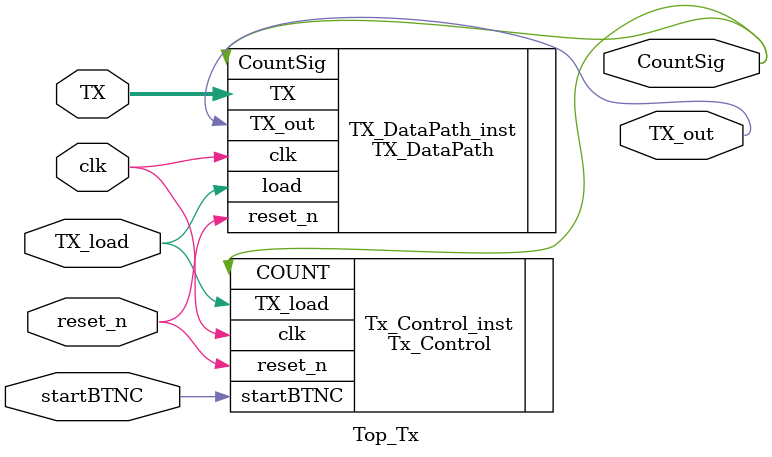
<source format=sv>
`timescale 1ns / 1ps

module Top_Tx(
    input logic clk,
    input logic reset_n,
    input logic startBTNC,
    input logic TX_load,
    input reg [8:0] TX,  
    output logic TX_out,
    output logic CountSig
);

   

    TX_DataPath TX_DataPath_inst (
        .clk(clk),
        .reset_n(reset_n),
        .load(TX_load),
        .TX(TX),
        .TX_out(TX_out),
        .CountSig(CountSig)
    );

    Tx_Control Tx_Control_inst (
        .clk(clk),
        .reset_n(reset_n),
        .startBTNC(startBTNC),
        .COUNT(CountSig),
        .TX_load(TX_load)
    );

endmodule

</source>
